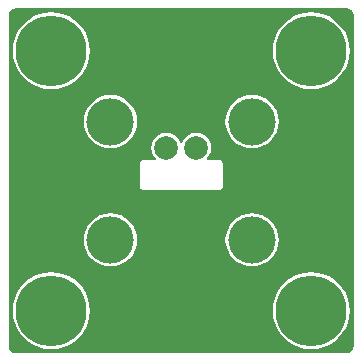
<source format=gbl>
G04 Layer_Physical_Order=2*
G04 Layer_Color=16711680*
%FSLAX44Y44*%
%MOMM*%
G71*
G01*
G75*
%ADD13C,2.0000*%
%ADD14C,4.0000*%
%ADD15C,6.0000*%
G36*
X292381Y295749D02*
X294400Y294400D01*
X295749Y292381D01*
X296189Y290167D01*
X296156Y290000D01*
Y10000D01*
X296189Y9833D01*
X295749Y7619D01*
X294400Y5600D01*
X292381Y4251D01*
X290167Y3811D01*
X290000Y3844D01*
X10000D01*
X9833Y3811D01*
X7619Y4251D01*
X5600Y5600D01*
X4251Y7619D01*
X3811Y9833D01*
X3844Y10000D01*
Y290000D01*
X3811Y290167D01*
X4251Y292381D01*
X5600Y294400D01*
X7619Y295749D01*
X9833Y296189D01*
X10000Y296156D01*
X290000D01*
X290167Y296189D01*
X292381Y295749D01*
D02*
G37*
%LPC*%
G36*
X90000Y122609D02*
X85589Y122174D01*
X81348Y120888D01*
X77439Y118799D01*
X74013Y115987D01*
X71201Y112561D01*
X69112Y108652D01*
X67825Y104411D01*
X67391Y100000D01*
X67825Y95589D01*
X69112Y91348D01*
X71201Y87439D01*
X74013Y84013D01*
X77439Y81201D01*
X81348Y79112D01*
X85589Y77826D01*
X90000Y77391D01*
X94411Y77826D01*
X98652Y79112D01*
X102561Y81201D01*
X105987Y84013D01*
X108799Y87439D01*
X110888Y91348D01*
X112174Y95589D01*
X112609Y100000D01*
X112174Y104411D01*
X110888Y108652D01*
X108799Y112561D01*
X105987Y115987D01*
X102561Y118799D01*
X98652Y120888D01*
X94411Y122174D01*
X90000Y122609D01*
D02*
G37*
G36*
X210000D02*
X205589Y122174D01*
X201348Y120888D01*
X197439Y118799D01*
X194013Y115987D01*
X191201Y112561D01*
X189112Y108652D01*
X187826Y104411D01*
X187391Y100000D01*
X187826Y95589D01*
X189112Y91348D01*
X191201Y87439D01*
X194013Y84013D01*
X197439Y81201D01*
X201348Y79112D01*
X205589Y77826D01*
X210000Y77391D01*
X214411Y77826D01*
X218652Y79112D01*
X222561Y81201D01*
X225987Y84013D01*
X228799Y87439D01*
X230888Y91348D01*
X232174Y95589D01*
X232609Y100000D01*
X232174Y104411D01*
X230888Y108652D01*
X228799Y112561D01*
X225987Y115987D01*
X222561Y118799D01*
X218652Y120888D01*
X214411Y122174D01*
X210000Y122609D01*
D02*
G37*
G36*
X40000Y72600D02*
X34900Y72199D01*
X29926Y71005D01*
X25200Y69047D01*
X20838Y66374D01*
X16948Y63052D01*
X13626Y59162D01*
X10953Y54800D01*
X8995Y50074D01*
X7801Y45100D01*
X7400Y40000D01*
X7801Y34900D01*
X8995Y29926D01*
X10953Y25200D01*
X13626Y20838D01*
X16948Y16948D01*
X20838Y13626D01*
X25200Y10953D01*
X29926Y8995D01*
X34900Y7801D01*
X40000Y7400D01*
X45100Y7801D01*
X50074Y8995D01*
X54800Y10953D01*
X59162Y13626D01*
X63052Y16948D01*
X66374Y20838D01*
X69047Y25200D01*
X71005Y29926D01*
X72199Y34900D01*
X72600Y40000D01*
X72199Y45100D01*
X71005Y50074D01*
X69047Y54800D01*
X66374Y59162D01*
X63052Y63052D01*
X59162Y66374D01*
X54800Y69047D01*
X50074Y71005D01*
X45100Y72199D01*
X40000Y72600D01*
D02*
G37*
G36*
X260000D02*
X254900Y72199D01*
X249926Y71005D01*
X245200Y69047D01*
X240838Y66374D01*
X236948Y63052D01*
X233626Y59162D01*
X230953Y54800D01*
X228995Y50074D01*
X227801Y45100D01*
X227400Y40000D01*
X227801Y34900D01*
X228995Y29926D01*
X230953Y25200D01*
X233626Y20838D01*
X236948Y16948D01*
X240838Y13626D01*
X245200Y10953D01*
X249926Y8995D01*
X254900Y7801D01*
X260000Y7400D01*
X265100Y7801D01*
X270074Y8995D01*
X274800Y10953D01*
X279162Y13626D01*
X283052Y16948D01*
X286374Y20838D01*
X289047Y25200D01*
X291005Y29926D01*
X292199Y34900D01*
X292600Y40000D01*
X292199Y45100D01*
X291005Y50074D01*
X289047Y54800D01*
X286374Y59162D01*
X283052Y63052D01*
X279162Y66374D01*
X274800Y69047D01*
X270074Y71005D01*
X265100Y72199D01*
X260000Y72600D01*
D02*
G37*
G36*
X90000Y222609D02*
X85589Y222174D01*
X81348Y220888D01*
X77439Y218799D01*
X74013Y215987D01*
X71201Y212561D01*
X69112Y208652D01*
X67825Y204411D01*
X67391Y200000D01*
X67825Y195589D01*
X69112Y191348D01*
X71201Y187439D01*
X74013Y184013D01*
X77439Y181201D01*
X81348Y179112D01*
X85589Y177826D01*
X90000Y177391D01*
X94411Y177826D01*
X98652Y179112D01*
X102561Y181201D01*
X105987Y184013D01*
X108799Y187439D01*
X110888Y191348D01*
X112174Y195589D01*
X112609Y200000D01*
X112174Y204411D01*
X110888Y208652D01*
X108799Y212561D01*
X105987Y215987D01*
X102561Y218799D01*
X98652Y220888D01*
X94411Y222174D01*
X90000Y222609D01*
D02*
G37*
G36*
X40000Y292600D02*
X34900Y292199D01*
X29926Y291005D01*
X25200Y289047D01*
X20838Y286374D01*
X16948Y283052D01*
X13626Y279162D01*
X10953Y274800D01*
X8995Y270074D01*
X7801Y265100D01*
X7400Y260000D01*
X7801Y254900D01*
X8995Y249926D01*
X10953Y245200D01*
X13626Y240838D01*
X16948Y236948D01*
X20838Y233626D01*
X25200Y230953D01*
X29926Y228995D01*
X34900Y227801D01*
X40000Y227400D01*
X45100Y227801D01*
X50074Y228995D01*
X54800Y230953D01*
X59162Y233626D01*
X63052Y236948D01*
X66374Y240838D01*
X69047Y245200D01*
X71005Y249926D01*
X72199Y254900D01*
X72600Y260000D01*
X72199Y265100D01*
X71005Y270074D01*
X69047Y274800D01*
X66374Y279162D01*
X63052Y283052D01*
X59162Y286374D01*
X54800Y289047D01*
X50074Y291005D01*
X45100Y292199D01*
X40000Y292600D01*
D02*
G37*
G36*
X260000D02*
X254900Y292199D01*
X249926Y291005D01*
X245200Y289047D01*
X240838Y286374D01*
X236948Y283052D01*
X233626Y279162D01*
X230953Y274800D01*
X228995Y270074D01*
X227801Y265100D01*
X227400Y260000D01*
X227801Y254900D01*
X228995Y249926D01*
X230953Y245200D01*
X233626Y240838D01*
X236948Y236948D01*
X240838Y233626D01*
X245200Y230953D01*
X249926Y228995D01*
X254900Y227801D01*
X260000Y227400D01*
X265100Y227801D01*
X270074Y228995D01*
X274800Y230953D01*
X279162Y233626D01*
X283052Y236948D01*
X286374Y240838D01*
X289047Y245200D01*
X291005Y249926D01*
X292199Y254900D01*
X292600Y260000D01*
X292199Y265100D01*
X291005Y270074D01*
X289047Y274800D01*
X286374Y279162D01*
X283052Y283052D01*
X279162Y286374D01*
X274800Y289047D01*
X270074Y291005D01*
X265100Y292199D01*
X260000Y292600D01*
D02*
G37*
G36*
X210000Y222609D02*
X205589Y222174D01*
X201348Y220888D01*
X197439Y218799D01*
X194013Y215987D01*
X191201Y212561D01*
X189112Y208652D01*
X187826Y204411D01*
X187391Y200000D01*
X187826Y195589D01*
X189112Y191348D01*
X191201Y187439D01*
X194013Y184013D01*
X197439Y181201D01*
X201348Y179112D01*
X205589Y177826D01*
X210000Y177391D01*
X214411Y177826D01*
X218652Y179112D01*
X222561Y181201D01*
X225987Y184013D01*
X228799Y187439D01*
X230888Y191348D01*
X232174Y195589D01*
X232609Y200000D01*
X232174Y204411D01*
X230888Y208652D01*
X228799Y212561D01*
X225987Y215987D01*
X222561Y218799D01*
X218652Y220888D01*
X214411Y222174D01*
X210000Y222609D01*
D02*
G37*
G36*
X162700Y190408D02*
X159437Y189978D01*
X156396Y188719D01*
X153785Y186715D01*
X151781Y184104D01*
X150652Y181377D01*
X150650Y181377D01*
X149350D01*
X149348Y181377D01*
X148219Y184104D01*
X146215Y186715D01*
X143604Y188719D01*
X140563Y189978D01*
X137300Y190408D01*
X134037Y189978D01*
X130996Y188719D01*
X128385Y186715D01*
X126381Y184104D01*
X125122Y181063D01*
X124692Y177800D01*
X125122Y174537D01*
X126381Y171496D01*
X128385Y168885D01*
X128559Y168752D01*
X128150Y167549D01*
X117500D01*
X116525Y167355D01*
X115698Y166802D01*
X115145Y165975D01*
X114951Y165000D01*
Y145000D01*
X115145Y144025D01*
X115698Y143198D01*
X116525Y142645D01*
X117500Y142451D01*
X182500D01*
X183475Y142645D01*
X184302Y143198D01*
X184855Y144025D01*
X185049Y145000D01*
Y165000D01*
X184855Y165975D01*
X184302Y166802D01*
X183475Y167355D01*
X182500Y167549D01*
X171850D01*
X171441Y168752D01*
X171615Y168885D01*
X173619Y171496D01*
X174878Y174537D01*
X175308Y177800D01*
X174878Y181063D01*
X173619Y184104D01*
X171615Y186715D01*
X169004Y188719D01*
X165963Y189978D01*
X162700Y190408D01*
D02*
G37*
%LPD*%
D13*
X137300Y177800D02*
D03*
X162700D02*
D03*
D14*
X210000Y200000D02*
D03*
X90000D02*
D03*
Y100000D02*
D03*
X210000D02*
D03*
D15*
X40000Y260000D02*
D03*
X260000D02*
D03*
Y40000D02*
D03*
X40000D02*
D03*
M02*

</source>
